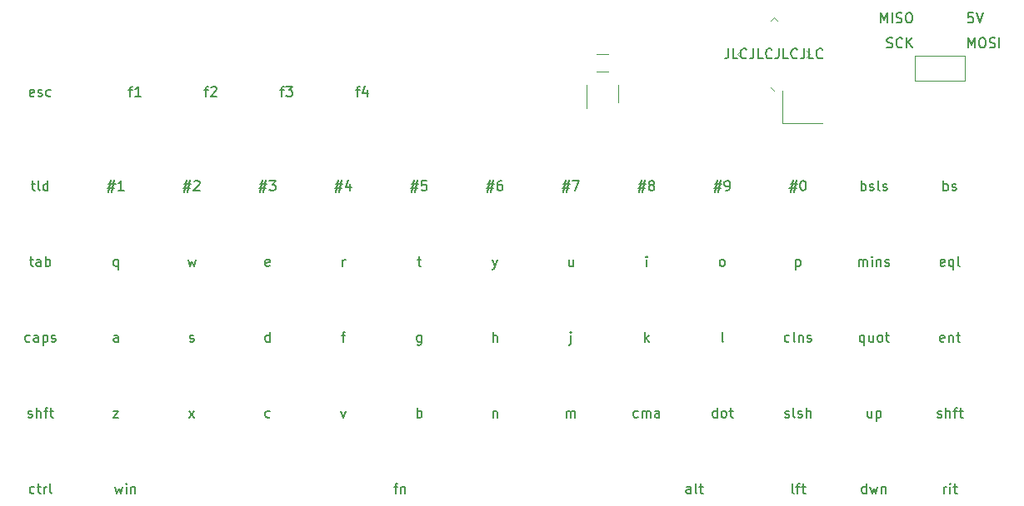
<source format=gbr>
G04 #@! TF.GenerationSoftware,KiCad,Pcbnew,(5.1.6)-1*
G04 #@! TF.CreationDate,2020-05-28T20:04:45-07:00*
G04 #@! TF.ProjectId,crokto,63726f6b-746f-42e6-9b69-6361645f7063,rev?*
G04 #@! TF.SameCoordinates,Original*
G04 #@! TF.FileFunction,Legend,Top*
G04 #@! TF.FilePolarity,Positive*
%FSLAX46Y46*%
G04 Gerber Fmt 4.6, Leading zero omitted, Abs format (unit mm)*
G04 Created by KiCad (PCBNEW (5.1.6)-1) date 2020-05-28 20:04:45*
%MOMM*%
%LPD*%
G01*
G04 APERTURE LIST*
%ADD10C,0.120000*%
%ADD11C,0.150000*%
%ADD12C,0.200000*%
G04 APERTURE END LIST*
D10*
X95840000Y-7810000D02*
X95840000Y-5270000D01*
X90760000Y-7810000D02*
X95840000Y-7810000D01*
X90760000Y-5270000D02*
X90760000Y-7810000D01*
X90760000Y-5270000D02*
X95840000Y-5270000D01*
X77300000Y-8850000D02*
X77300000Y-12150000D01*
X77300000Y-12150000D02*
X81300000Y-12150000D01*
X73044778Y-5435876D02*
X72708903Y-5100000D01*
X72708903Y-5100000D02*
X73044778Y-4764124D01*
X79755222Y-4764124D02*
X80091097Y-5100000D01*
X80091097Y-5100000D02*
X79755222Y-5435876D01*
X76735876Y-1744778D02*
X76400000Y-1408903D01*
X76400000Y-1408903D02*
X76064124Y-1744778D01*
X76064124Y-8455222D02*
X76400000Y-8791097D01*
X59602064Y-6910000D02*
X58397936Y-6910000D01*
X59602064Y-5090000D02*
X58397936Y-5090000D01*
X60610000Y-10000000D02*
X60610000Y-8200000D01*
X57390000Y-8200000D02*
X57390000Y-10650000D01*
D11*
X96175595Y-4452380D02*
X96175595Y-3452380D01*
X96508928Y-4166666D01*
X96842261Y-3452380D01*
X96842261Y-4452380D01*
X97508928Y-3452380D02*
X97699404Y-3452380D01*
X97794642Y-3500000D01*
X97889880Y-3595238D01*
X97937500Y-3785714D01*
X97937500Y-4119047D01*
X97889880Y-4309523D01*
X97794642Y-4404761D01*
X97699404Y-4452380D01*
X97508928Y-4452380D01*
X97413690Y-4404761D01*
X97318452Y-4309523D01*
X97270833Y-4119047D01*
X97270833Y-3785714D01*
X97318452Y-3595238D01*
X97413690Y-3500000D01*
X97508928Y-3452380D01*
X98318452Y-4404761D02*
X98461309Y-4452380D01*
X98699404Y-4452380D01*
X98794642Y-4404761D01*
X98842261Y-4357142D01*
X98889880Y-4261904D01*
X98889880Y-4166666D01*
X98842261Y-4071428D01*
X98794642Y-4023809D01*
X98699404Y-3976190D01*
X98508928Y-3928571D01*
X98413690Y-3880952D01*
X98366071Y-3833333D01*
X98318452Y-3738095D01*
X98318452Y-3642857D01*
X98366071Y-3547619D01*
X98413690Y-3500000D01*
X98508928Y-3452380D01*
X98747023Y-3452380D01*
X98889880Y-3500000D01*
X99318452Y-4452380D02*
X99318452Y-3452380D01*
X87900595Y-4404761D02*
X88043452Y-4452380D01*
X88281547Y-4452380D01*
X88376785Y-4404761D01*
X88424404Y-4357142D01*
X88472023Y-4261904D01*
X88472023Y-4166666D01*
X88424404Y-4071428D01*
X88376785Y-4023809D01*
X88281547Y-3976190D01*
X88091071Y-3928571D01*
X87995833Y-3880952D01*
X87948214Y-3833333D01*
X87900595Y-3738095D01*
X87900595Y-3642857D01*
X87948214Y-3547619D01*
X87995833Y-3500000D01*
X88091071Y-3452380D01*
X88329166Y-3452380D01*
X88472023Y-3500000D01*
X89472023Y-4357142D02*
X89424404Y-4404761D01*
X89281547Y-4452380D01*
X89186309Y-4452380D01*
X89043452Y-4404761D01*
X88948214Y-4309523D01*
X88900595Y-4214285D01*
X88852976Y-4023809D01*
X88852976Y-3880952D01*
X88900595Y-3690476D01*
X88948214Y-3595238D01*
X89043452Y-3500000D01*
X89186309Y-3452380D01*
X89281547Y-3452380D01*
X89424404Y-3500000D01*
X89472023Y-3547619D01*
X89900595Y-4452380D02*
X89900595Y-3452380D01*
X90472023Y-4452380D02*
X90043452Y-3880952D01*
X90472023Y-3452380D02*
X89900595Y-4023809D01*
X96651785Y-912380D02*
X96175595Y-912380D01*
X96127976Y-1388571D01*
X96175595Y-1340952D01*
X96270833Y-1293333D01*
X96508928Y-1293333D01*
X96604166Y-1340952D01*
X96651785Y-1388571D01*
X96699404Y-1483809D01*
X96699404Y-1721904D01*
X96651785Y-1817142D01*
X96604166Y-1864761D01*
X96508928Y-1912380D01*
X96270833Y-1912380D01*
X96175595Y-1864761D01*
X96127976Y-1817142D01*
X96985119Y-912380D02*
X97318452Y-1912380D01*
X97651785Y-912380D01*
X87281547Y-1912380D02*
X87281547Y-912380D01*
X87614880Y-1626666D01*
X87948214Y-912380D01*
X87948214Y-1912380D01*
X88424404Y-1912380D02*
X88424404Y-912380D01*
X88852976Y-1864761D02*
X88995833Y-1912380D01*
X89233928Y-1912380D01*
X89329166Y-1864761D01*
X89376785Y-1817142D01*
X89424404Y-1721904D01*
X89424404Y-1626666D01*
X89376785Y-1531428D01*
X89329166Y-1483809D01*
X89233928Y-1436190D01*
X89043452Y-1388571D01*
X88948214Y-1340952D01*
X88900595Y-1293333D01*
X88852976Y-1198095D01*
X88852976Y-1102857D01*
X88900595Y-1007619D01*
X88948214Y-960000D01*
X89043452Y-912380D01*
X89281547Y-912380D01*
X89424404Y-960000D01*
X90043452Y-912380D02*
X90233928Y-912380D01*
X90329166Y-960000D01*
X90424404Y-1055238D01*
X90472023Y-1245714D01*
X90472023Y-1579047D01*
X90424404Y-1769523D01*
X90329166Y-1864761D01*
X90233928Y-1912380D01*
X90043452Y-1912380D01*
X89948214Y-1864761D01*
X89852976Y-1769523D01*
X89805357Y-1579047D01*
X89805357Y-1245714D01*
X89852976Y-1055238D01*
X89948214Y-960000D01*
X90043452Y-912380D01*
D12*
X71780952Y-4552380D02*
X71780952Y-5266666D01*
X71733333Y-5409523D01*
X71638095Y-5504761D01*
X71495238Y-5552380D01*
X71400000Y-5552380D01*
X72733333Y-5552380D02*
X72257142Y-5552380D01*
X72257142Y-4552380D01*
X73638095Y-5457142D02*
X73590476Y-5504761D01*
X73447619Y-5552380D01*
X73352380Y-5552380D01*
X73209523Y-5504761D01*
X73114285Y-5409523D01*
X73066666Y-5314285D01*
X73019047Y-5123809D01*
X73019047Y-4980952D01*
X73066666Y-4790476D01*
X73114285Y-4695238D01*
X73209523Y-4600000D01*
X73352380Y-4552380D01*
X73447619Y-4552380D01*
X73590476Y-4600000D01*
X73638095Y-4647619D01*
X74352380Y-4552380D02*
X74352380Y-5266666D01*
X74304761Y-5409523D01*
X74209523Y-5504761D01*
X74066666Y-5552380D01*
X73971428Y-5552380D01*
X75304761Y-5552380D02*
X74828571Y-5552380D01*
X74828571Y-4552380D01*
X76209523Y-5457142D02*
X76161904Y-5504761D01*
X76019047Y-5552380D01*
X75923809Y-5552380D01*
X75780952Y-5504761D01*
X75685714Y-5409523D01*
X75638095Y-5314285D01*
X75590476Y-5123809D01*
X75590476Y-4980952D01*
X75638095Y-4790476D01*
X75685714Y-4695238D01*
X75780952Y-4600000D01*
X75923809Y-4552380D01*
X76019047Y-4552380D01*
X76161904Y-4600000D01*
X76209523Y-4647619D01*
X76923809Y-4552380D02*
X76923809Y-5266666D01*
X76876190Y-5409523D01*
X76780952Y-5504761D01*
X76638095Y-5552380D01*
X76542857Y-5552380D01*
X77876190Y-5552380D02*
X77400000Y-5552380D01*
X77400000Y-4552380D01*
X78780952Y-5457142D02*
X78733333Y-5504761D01*
X78590476Y-5552380D01*
X78495238Y-5552380D01*
X78352380Y-5504761D01*
X78257142Y-5409523D01*
X78209523Y-5314285D01*
X78161904Y-5123809D01*
X78161904Y-4980952D01*
X78209523Y-4790476D01*
X78257142Y-4695238D01*
X78352380Y-4600000D01*
X78495238Y-4552380D01*
X78590476Y-4552380D01*
X78733333Y-4600000D01*
X78780952Y-4647619D01*
X79495238Y-4552380D02*
X79495238Y-5266666D01*
X79447619Y-5409523D01*
X79352380Y-5504761D01*
X79209523Y-5552380D01*
X79114285Y-5552380D01*
X80447619Y-5552380D02*
X79971428Y-5552380D01*
X79971428Y-4552380D01*
X81352380Y-5457142D02*
X81304761Y-5504761D01*
X81161904Y-5552380D01*
X81066666Y-5552380D01*
X80923809Y-5504761D01*
X80828571Y-5409523D01*
X80780952Y-5314285D01*
X80733333Y-5123809D01*
X80733333Y-4980952D01*
X80780952Y-4790476D01*
X80828571Y-4695238D01*
X80923809Y-4600000D01*
X81066666Y-4552380D01*
X81161904Y-4552380D01*
X81304761Y-4600000D01*
X81352380Y-4647619D01*
D11*
X62689285Y-18310714D02*
X63403571Y-18310714D01*
X62975000Y-17882142D02*
X62689285Y-19167857D01*
X63308333Y-18739285D02*
X62594047Y-18739285D01*
X63022619Y-19167857D02*
X63308333Y-17882142D01*
X63879761Y-18405952D02*
X63784523Y-18358333D01*
X63736904Y-18310714D01*
X63689285Y-18215476D01*
X63689285Y-18167857D01*
X63736904Y-18072619D01*
X63784523Y-18025000D01*
X63879761Y-17977380D01*
X64070238Y-17977380D01*
X64165476Y-18025000D01*
X64213095Y-18072619D01*
X64260714Y-18167857D01*
X64260714Y-18215476D01*
X64213095Y-18310714D01*
X64165476Y-18358333D01*
X64070238Y-18405952D01*
X63879761Y-18405952D01*
X63784523Y-18453571D01*
X63736904Y-18501190D01*
X63689285Y-18596428D01*
X63689285Y-18786904D01*
X63736904Y-18882142D01*
X63784523Y-18929761D01*
X63879761Y-18977380D01*
X64070238Y-18977380D01*
X64165476Y-18929761D01*
X64213095Y-18882142D01*
X64260714Y-18786904D01*
X64260714Y-18596428D01*
X64213095Y-18501190D01*
X64165476Y-18453571D01*
X64070238Y-18405952D01*
X33933333Y-8735714D02*
X34314285Y-8735714D01*
X34076190Y-9402380D02*
X34076190Y-8545238D01*
X34123809Y-8450000D01*
X34219047Y-8402380D01*
X34314285Y-8402380D01*
X35076190Y-8735714D02*
X35076190Y-9402380D01*
X34838095Y-8354761D02*
X34600000Y-9069047D01*
X35219047Y-9069047D01*
X26233333Y-8735714D02*
X26614285Y-8735714D01*
X26376190Y-9402380D02*
X26376190Y-8545238D01*
X26423809Y-8450000D01*
X26519047Y-8402380D01*
X26614285Y-8402380D01*
X26852380Y-8402380D02*
X27471428Y-8402380D01*
X27138095Y-8783333D01*
X27280952Y-8783333D01*
X27376190Y-8830952D01*
X27423809Y-8878571D01*
X27471428Y-8973809D01*
X27471428Y-9211904D01*
X27423809Y-9307142D01*
X27376190Y-9354761D01*
X27280952Y-9402380D01*
X26995238Y-9402380D01*
X26900000Y-9354761D01*
X26852380Y-9307142D01*
X18533333Y-8735714D02*
X18914285Y-8735714D01*
X18676190Y-9402380D02*
X18676190Y-8545238D01*
X18723809Y-8450000D01*
X18819047Y-8402380D01*
X18914285Y-8402380D01*
X19200000Y-8497619D02*
X19247619Y-8450000D01*
X19342857Y-8402380D01*
X19580952Y-8402380D01*
X19676190Y-8450000D01*
X19723809Y-8497619D01*
X19771428Y-8592857D01*
X19771428Y-8688095D01*
X19723809Y-8830952D01*
X19152380Y-9402380D01*
X19771428Y-9402380D01*
X10833333Y-8735714D02*
X11214285Y-8735714D01*
X10976190Y-9402380D02*
X10976190Y-8545238D01*
X11023809Y-8450000D01*
X11119047Y-8402380D01*
X11214285Y-8402380D01*
X12071428Y-9402380D02*
X11500000Y-9402380D01*
X11785714Y-9402380D02*
X11785714Y-8402380D01*
X11690476Y-8545238D01*
X11595238Y-8640476D01*
X11500000Y-8688095D01*
X1232142Y-9354761D02*
X1136904Y-9402380D01*
X946428Y-9402380D01*
X851190Y-9354761D01*
X803571Y-9259523D01*
X803571Y-8878571D01*
X851190Y-8783333D01*
X946428Y-8735714D01*
X1136904Y-8735714D01*
X1232142Y-8783333D01*
X1279761Y-8878571D01*
X1279761Y-8973809D01*
X803571Y-9069047D01*
X1660714Y-9354761D02*
X1755952Y-9402380D01*
X1946428Y-9402380D01*
X2041666Y-9354761D01*
X2089285Y-9259523D01*
X2089285Y-9211904D01*
X2041666Y-9116666D01*
X1946428Y-9069047D01*
X1803571Y-9069047D01*
X1708333Y-9021428D01*
X1660714Y-8926190D01*
X1660714Y-8878571D01*
X1708333Y-8783333D01*
X1803571Y-8735714D01*
X1946428Y-8735714D01*
X2041666Y-8783333D01*
X2946428Y-9354761D02*
X2851190Y-9402380D01*
X2660714Y-9402380D01*
X2565476Y-9354761D01*
X2517857Y-9307142D01*
X2470238Y-9211904D01*
X2470238Y-8926190D01*
X2517857Y-8830952D01*
X2565476Y-8783333D01*
X2660714Y-8735714D01*
X2851190Y-8735714D01*
X2946428Y-8783333D01*
X779761Y-26010714D02*
X1160714Y-26010714D01*
X922619Y-25677380D02*
X922619Y-26534523D01*
X970238Y-26629761D01*
X1065476Y-26677380D01*
X1160714Y-26677380D01*
X1922619Y-26677380D02*
X1922619Y-26153571D01*
X1875000Y-26058333D01*
X1779761Y-26010714D01*
X1589285Y-26010714D01*
X1494047Y-26058333D01*
X1922619Y-26629761D02*
X1827380Y-26677380D01*
X1589285Y-26677380D01*
X1494047Y-26629761D01*
X1446428Y-26534523D01*
X1446428Y-26439285D01*
X1494047Y-26344047D01*
X1589285Y-26296428D01*
X1827380Y-26296428D01*
X1922619Y-26248809D01*
X2398809Y-26677380D02*
X2398809Y-25677380D01*
X2398809Y-26058333D02*
X2494047Y-26010714D01*
X2684523Y-26010714D01*
X2779761Y-26058333D01*
X2827380Y-26105952D01*
X2875000Y-26201190D01*
X2875000Y-26486904D01*
X2827380Y-26582142D01*
X2779761Y-26629761D01*
X2684523Y-26677380D01*
X2494047Y-26677380D01*
X2398809Y-26629761D01*
X970238Y-18310714D02*
X1351190Y-18310714D01*
X1113095Y-17977380D02*
X1113095Y-18834523D01*
X1160714Y-18929761D01*
X1255952Y-18977380D01*
X1351190Y-18977380D01*
X1827380Y-18977380D02*
X1732142Y-18929761D01*
X1684523Y-18834523D01*
X1684523Y-17977380D01*
X2636904Y-18977380D02*
X2636904Y-17977380D01*
X2636904Y-18929761D02*
X2541666Y-18977380D01*
X2351190Y-18977380D01*
X2255952Y-18929761D01*
X2208333Y-18882142D01*
X2160714Y-18786904D01*
X2160714Y-18501190D01*
X2208333Y-18405952D01*
X2255952Y-18358333D01*
X2351190Y-18310714D01*
X2541666Y-18310714D01*
X2636904Y-18358333D01*
X8789285Y-18310714D02*
X9503571Y-18310714D01*
X9075000Y-17882142D02*
X8789285Y-19167857D01*
X9408333Y-18739285D02*
X8694047Y-18739285D01*
X9122619Y-19167857D02*
X9408333Y-17882142D01*
X10360714Y-18977380D02*
X9789285Y-18977380D01*
X10075000Y-18977380D02*
X10075000Y-17977380D01*
X9979761Y-18120238D01*
X9884523Y-18215476D01*
X9789285Y-18263095D01*
X16489285Y-18310714D02*
X17203571Y-18310714D01*
X16775000Y-17882142D02*
X16489285Y-19167857D01*
X17108333Y-18739285D02*
X16394047Y-18739285D01*
X16822619Y-19167857D02*
X17108333Y-17882142D01*
X17489285Y-18072619D02*
X17536904Y-18025000D01*
X17632142Y-17977380D01*
X17870238Y-17977380D01*
X17965476Y-18025000D01*
X18013095Y-18072619D01*
X18060714Y-18167857D01*
X18060714Y-18263095D01*
X18013095Y-18405952D01*
X17441666Y-18977380D01*
X18060714Y-18977380D01*
X24189285Y-18310714D02*
X24903571Y-18310714D01*
X24475000Y-17882142D02*
X24189285Y-19167857D01*
X24808333Y-18739285D02*
X24094047Y-18739285D01*
X24522619Y-19167857D02*
X24808333Y-17882142D01*
X25141666Y-17977380D02*
X25760714Y-17977380D01*
X25427380Y-18358333D01*
X25570238Y-18358333D01*
X25665476Y-18405952D01*
X25713095Y-18453571D01*
X25760714Y-18548809D01*
X25760714Y-18786904D01*
X25713095Y-18882142D01*
X25665476Y-18929761D01*
X25570238Y-18977380D01*
X25284523Y-18977380D01*
X25189285Y-18929761D01*
X25141666Y-18882142D01*
X31889285Y-18310714D02*
X32603571Y-18310714D01*
X32175000Y-17882142D02*
X31889285Y-19167857D01*
X32508333Y-18739285D02*
X31794047Y-18739285D01*
X32222619Y-19167857D02*
X32508333Y-17882142D01*
X33365476Y-18310714D02*
X33365476Y-18977380D01*
X33127380Y-17929761D02*
X32889285Y-18644047D01*
X33508333Y-18644047D01*
X39589285Y-18310714D02*
X40303571Y-18310714D01*
X39875000Y-17882142D02*
X39589285Y-19167857D01*
X40208333Y-18739285D02*
X39494047Y-18739285D01*
X39922619Y-19167857D02*
X40208333Y-17882142D01*
X41113095Y-17977380D02*
X40636904Y-17977380D01*
X40589285Y-18453571D01*
X40636904Y-18405952D01*
X40732142Y-18358333D01*
X40970238Y-18358333D01*
X41065476Y-18405952D01*
X41113095Y-18453571D01*
X41160714Y-18548809D01*
X41160714Y-18786904D01*
X41113095Y-18882142D01*
X41065476Y-18929761D01*
X40970238Y-18977380D01*
X40732142Y-18977380D01*
X40636904Y-18929761D01*
X40589285Y-18882142D01*
X47289285Y-18310714D02*
X48003571Y-18310714D01*
X47575000Y-17882142D02*
X47289285Y-19167857D01*
X47908333Y-18739285D02*
X47194047Y-18739285D01*
X47622619Y-19167857D02*
X47908333Y-17882142D01*
X48765476Y-17977380D02*
X48575000Y-17977380D01*
X48479761Y-18025000D01*
X48432142Y-18072619D01*
X48336904Y-18215476D01*
X48289285Y-18405952D01*
X48289285Y-18786904D01*
X48336904Y-18882142D01*
X48384523Y-18929761D01*
X48479761Y-18977380D01*
X48670238Y-18977380D01*
X48765476Y-18929761D01*
X48813095Y-18882142D01*
X48860714Y-18786904D01*
X48860714Y-18548809D01*
X48813095Y-18453571D01*
X48765476Y-18405952D01*
X48670238Y-18358333D01*
X48479761Y-18358333D01*
X48384523Y-18405952D01*
X48336904Y-18453571D01*
X48289285Y-18548809D01*
X54989285Y-18310714D02*
X55703571Y-18310714D01*
X55275000Y-17882142D02*
X54989285Y-19167857D01*
X55608333Y-18739285D02*
X54894047Y-18739285D01*
X55322619Y-19167857D02*
X55608333Y-17882142D01*
X55941666Y-17977380D02*
X56608333Y-17977380D01*
X56179761Y-18977380D01*
X70389285Y-18310714D02*
X71103571Y-18310714D01*
X70675000Y-17882142D02*
X70389285Y-19167857D01*
X71008333Y-18739285D02*
X70294047Y-18739285D01*
X70722619Y-19167857D02*
X71008333Y-17882142D01*
X71484523Y-18977380D02*
X71675000Y-18977380D01*
X71770238Y-18929761D01*
X71817857Y-18882142D01*
X71913095Y-18739285D01*
X71960714Y-18548809D01*
X71960714Y-18167857D01*
X71913095Y-18072619D01*
X71865476Y-18025000D01*
X71770238Y-17977380D01*
X71579761Y-17977380D01*
X71484523Y-18025000D01*
X71436904Y-18072619D01*
X71389285Y-18167857D01*
X71389285Y-18405952D01*
X71436904Y-18501190D01*
X71484523Y-18548809D01*
X71579761Y-18596428D01*
X71770238Y-18596428D01*
X71865476Y-18548809D01*
X71913095Y-18501190D01*
X71960714Y-18405952D01*
X78089285Y-18310714D02*
X78803571Y-18310714D01*
X78375000Y-17882142D02*
X78089285Y-19167857D01*
X78708333Y-18739285D02*
X77994047Y-18739285D01*
X78422619Y-19167857D02*
X78708333Y-17882142D01*
X79327380Y-17977380D02*
X79422619Y-17977380D01*
X79517857Y-18025000D01*
X79565476Y-18072619D01*
X79613095Y-18167857D01*
X79660714Y-18358333D01*
X79660714Y-18596428D01*
X79613095Y-18786904D01*
X79565476Y-18882142D01*
X79517857Y-18929761D01*
X79422619Y-18977380D01*
X79327380Y-18977380D01*
X79232142Y-18929761D01*
X79184523Y-18882142D01*
X79136904Y-18786904D01*
X79089285Y-18596428D01*
X79089285Y-18358333D01*
X79136904Y-18167857D01*
X79184523Y-18072619D01*
X79232142Y-18025000D01*
X79327380Y-17977380D01*
X85289285Y-18977380D02*
X85289285Y-17977380D01*
X85289285Y-18358333D02*
X85384523Y-18310714D01*
X85575000Y-18310714D01*
X85670238Y-18358333D01*
X85717857Y-18405952D01*
X85765476Y-18501190D01*
X85765476Y-18786904D01*
X85717857Y-18882142D01*
X85670238Y-18929761D01*
X85575000Y-18977380D01*
X85384523Y-18977380D01*
X85289285Y-18929761D01*
X86146428Y-18929761D02*
X86241666Y-18977380D01*
X86432142Y-18977380D01*
X86527380Y-18929761D01*
X86575000Y-18834523D01*
X86575000Y-18786904D01*
X86527380Y-18691666D01*
X86432142Y-18644047D01*
X86289285Y-18644047D01*
X86194047Y-18596428D01*
X86146428Y-18501190D01*
X86146428Y-18453571D01*
X86194047Y-18358333D01*
X86289285Y-18310714D01*
X86432142Y-18310714D01*
X86527380Y-18358333D01*
X87146428Y-18977380D02*
X87051190Y-18929761D01*
X87003571Y-18834523D01*
X87003571Y-17977380D01*
X87479761Y-18929761D02*
X87575000Y-18977380D01*
X87765476Y-18977380D01*
X87860714Y-18929761D01*
X87908333Y-18834523D01*
X87908333Y-18786904D01*
X87860714Y-18691666D01*
X87765476Y-18644047D01*
X87622619Y-18644047D01*
X87527380Y-18596428D01*
X87479761Y-18501190D01*
X87479761Y-18453571D01*
X87527380Y-18358333D01*
X87622619Y-18310714D01*
X87765476Y-18310714D01*
X87860714Y-18358333D01*
X93655952Y-18977380D02*
X93655952Y-17977380D01*
X93655952Y-18358333D02*
X93751190Y-18310714D01*
X93941666Y-18310714D01*
X94036904Y-18358333D01*
X94084523Y-18405952D01*
X94132142Y-18501190D01*
X94132142Y-18786904D01*
X94084523Y-18882142D01*
X94036904Y-18929761D01*
X93941666Y-18977380D01*
X93751190Y-18977380D01*
X93655952Y-18929761D01*
X94513095Y-18929761D02*
X94608333Y-18977380D01*
X94798809Y-18977380D01*
X94894047Y-18929761D01*
X94941666Y-18834523D01*
X94941666Y-18786904D01*
X94894047Y-18691666D01*
X94798809Y-18644047D01*
X94655952Y-18644047D01*
X94560714Y-18596428D01*
X94513095Y-18501190D01*
X94513095Y-18453571D01*
X94560714Y-18358333D01*
X94655952Y-18310714D01*
X94798809Y-18310714D01*
X94894047Y-18358333D01*
X9789285Y-26010714D02*
X9789285Y-27010714D01*
X9789285Y-26629761D02*
X9694047Y-26677380D01*
X9503571Y-26677380D01*
X9408333Y-26629761D01*
X9360714Y-26582142D01*
X9313095Y-26486904D01*
X9313095Y-26201190D01*
X9360714Y-26105952D01*
X9408333Y-26058333D01*
X9503571Y-26010714D01*
X9694047Y-26010714D01*
X9789285Y-26058333D01*
X16894047Y-26010714D02*
X17084523Y-26677380D01*
X17275000Y-26201190D01*
X17465476Y-26677380D01*
X17655952Y-26010714D01*
X25165476Y-26629761D02*
X25070238Y-26677380D01*
X24879761Y-26677380D01*
X24784523Y-26629761D01*
X24736904Y-26534523D01*
X24736904Y-26153571D01*
X24784523Y-26058333D01*
X24879761Y-26010714D01*
X25070238Y-26010714D01*
X25165476Y-26058333D01*
X25213095Y-26153571D01*
X25213095Y-26248809D01*
X24736904Y-26344047D01*
X32603571Y-26677380D02*
X32603571Y-26010714D01*
X32603571Y-26201190D02*
X32651190Y-26105952D01*
X32698809Y-26058333D01*
X32794047Y-26010714D01*
X32889285Y-26010714D01*
X40184523Y-26010714D02*
X40565476Y-26010714D01*
X40327380Y-25677380D02*
X40327380Y-26534523D01*
X40375000Y-26629761D01*
X40470238Y-26677380D01*
X40565476Y-26677380D01*
X47836904Y-26010714D02*
X48075000Y-26677380D01*
X48313095Y-26010714D02*
X48075000Y-26677380D01*
X47979761Y-26915476D01*
X47932142Y-26963095D01*
X47836904Y-27010714D01*
X55989285Y-26010714D02*
X55989285Y-26677380D01*
X55560714Y-26010714D02*
X55560714Y-26534523D01*
X55608333Y-26629761D01*
X55703571Y-26677380D01*
X55846428Y-26677380D01*
X55941666Y-26629761D01*
X55989285Y-26582142D01*
X63475000Y-26677380D02*
X63475000Y-26010714D01*
X63475000Y-25677380D02*
X63427380Y-25725000D01*
X63475000Y-25772619D01*
X63522619Y-25725000D01*
X63475000Y-25677380D01*
X63475000Y-25772619D01*
X71103571Y-26677380D02*
X71008333Y-26629761D01*
X70960714Y-26582142D01*
X70913095Y-26486904D01*
X70913095Y-26201190D01*
X70960714Y-26105952D01*
X71008333Y-26058333D01*
X71103571Y-26010714D01*
X71246428Y-26010714D01*
X71341666Y-26058333D01*
X71389285Y-26105952D01*
X71436904Y-26201190D01*
X71436904Y-26486904D01*
X71389285Y-26582142D01*
X71341666Y-26629761D01*
X71246428Y-26677380D01*
X71103571Y-26677380D01*
X78660714Y-26010714D02*
X78660714Y-27010714D01*
X78660714Y-26058333D02*
X78755952Y-26010714D01*
X78946428Y-26010714D01*
X79041666Y-26058333D01*
X79089285Y-26105952D01*
X79136904Y-26201190D01*
X79136904Y-26486904D01*
X79089285Y-26582142D01*
X79041666Y-26629761D01*
X78946428Y-26677380D01*
X78755952Y-26677380D01*
X78660714Y-26629761D01*
X85051190Y-26677380D02*
X85051190Y-26010714D01*
X85051190Y-26105952D02*
X85098809Y-26058333D01*
X85194047Y-26010714D01*
X85336904Y-26010714D01*
X85432142Y-26058333D01*
X85479761Y-26153571D01*
X85479761Y-26677380D01*
X85479761Y-26153571D02*
X85527380Y-26058333D01*
X85622619Y-26010714D01*
X85765476Y-26010714D01*
X85860714Y-26058333D01*
X85908333Y-26153571D01*
X85908333Y-26677380D01*
X86384523Y-26677380D02*
X86384523Y-26010714D01*
X86384523Y-25677380D02*
X86336904Y-25725000D01*
X86384523Y-25772619D01*
X86432142Y-25725000D01*
X86384523Y-25677380D01*
X86384523Y-25772619D01*
X86860714Y-26010714D02*
X86860714Y-26677380D01*
X86860714Y-26105952D02*
X86908333Y-26058333D01*
X87003571Y-26010714D01*
X87146428Y-26010714D01*
X87241666Y-26058333D01*
X87289285Y-26153571D01*
X87289285Y-26677380D01*
X87717857Y-26629761D02*
X87813095Y-26677380D01*
X88003571Y-26677380D01*
X88098809Y-26629761D01*
X88146428Y-26534523D01*
X88146428Y-26486904D01*
X88098809Y-26391666D01*
X88003571Y-26344047D01*
X87860714Y-26344047D01*
X87765476Y-26296428D01*
X87717857Y-26201190D01*
X87717857Y-26153571D01*
X87765476Y-26058333D01*
X87860714Y-26010714D01*
X88003571Y-26010714D01*
X88098809Y-26058333D01*
X93751190Y-26629761D02*
X93655952Y-26677380D01*
X93465476Y-26677380D01*
X93370238Y-26629761D01*
X93322619Y-26534523D01*
X93322619Y-26153571D01*
X93370238Y-26058333D01*
X93465476Y-26010714D01*
X93655952Y-26010714D01*
X93751190Y-26058333D01*
X93798809Y-26153571D01*
X93798809Y-26248809D01*
X93322619Y-26344047D01*
X94655952Y-26010714D02*
X94655952Y-27010714D01*
X94655952Y-26629761D02*
X94560714Y-26677380D01*
X94370238Y-26677380D01*
X94275000Y-26629761D01*
X94227380Y-26582142D01*
X94179761Y-26486904D01*
X94179761Y-26201190D01*
X94227380Y-26105952D01*
X94275000Y-26058333D01*
X94370238Y-26010714D01*
X94560714Y-26010714D01*
X94655952Y-26058333D01*
X95275000Y-26677380D02*
X95179761Y-26629761D01*
X95132142Y-26534523D01*
X95132142Y-25677380D01*
X803571Y-34329761D02*
X708333Y-34377380D01*
X517857Y-34377380D01*
X422619Y-34329761D01*
X375000Y-34282142D01*
X327380Y-34186904D01*
X327380Y-33901190D01*
X375000Y-33805952D01*
X422619Y-33758333D01*
X517857Y-33710714D01*
X708333Y-33710714D01*
X803571Y-33758333D01*
X1660714Y-34377380D02*
X1660714Y-33853571D01*
X1613095Y-33758333D01*
X1517857Y-33710714D01*
X1327380Y-33710714D01*
X1232142Y-33758333D01*
X1660714Y-34329761D02*
X1565476Y-34377380D01*
X1327380Y-34377380D01*
X1232142Y-34329761D01*
X1184523Y-34234523D01*
X1184523Y-34139285D01*
X1232142Y-34044047D01*
X1327380Y-33996428D01*
X1565476Y-33996428D01*
X1660714Y-33948809D01*
X2136904Y-33710714D02*
X2136904Y-34710714D01*
X2136904Y-33758333D02*
X2232142Y-33710714D01*
X2422619Y-33710714D01*
X2517857Y-33758333D01*
X2565476Y-33805952D01*
X2613095Y-33901190D01*
X2613095Y-34186904D01*
X2565476Y-34282142D01*
X2517857Y-34329761D01*
X2422619Y-34377380D01*
X2232142Y-34377380D01*
X2136904Y-34329761D01*
X2994047Y-34329761D02*
X3089285Y-34377380D01*
X3279761Y-34377380D01*
X3374999Y-34329761D01*
X3422619Y-34234523D01*
X3422619Y-34186904D01*
X3374999Y-34091666D01*
X3279761Y-34044047D01*
X3136904Y-34044047D01*
X3041666Y-33996428D01*
X2994047Y-33901190D01*
X2994047Y-33853571D01*
X3041666Y-33758333D01*
X3136904Y-33710714D01*
X3279761Y-33710714D01*
X3374999Y-33758333D01*
X9789285Y-34377380D02*
X9789285Y-33853571D01*
X9741666Y-33758333D01*
X9646428Y-33710714D01*
X9455952Y-33710714D01*
X9360714Y-33758333D01*
X9789285Y-34329761D02*
X9694047Y-34377380D01*
X9455952Y-34377380D01*
X9360714Y-34329761D01*
X9313095Y-34234523D01*
X9313095Y-34139285D01*
X9360714Y-34044047D01*
X9455952Y-33996428D01*
X9694047Y-33996428D01*
X9789285Y-33948809D01*
X17060714Y-34329761D02*
X17155952Y-34377380D01*
X17346428Y-34377380D01*
X17441666Y-34329761D01*
X17489285Y-34234523D01*
X17489285Y-34186904D01*
X17441666Y-34091666D01*
X17346428Y-34044047D01*
X17203571Y-34044047D01*
X17108333Y-33996428D01*
X17060714Y-33901190D01*
X17060714Y-33853571D01*
X17108333Y-33758333D01*
X17203571Y-33710714D01*
X17346428Y-33710714D01*
X17441666Y-33758333D01*
X25189285Y-34377380D02*
X25189285Y-33377380D01*
X25189285Y-34329761D02*
X25094047Y-34377380D01*
X24903571Y-34377380D01*
X24808333Y-34329761D01*
X24760714Y-34282142D01*
X24713095Y-34186904D01*
X24713095Y-33901190D01*
X24760714Y-33805952D01*
X24808333Y-33758333D01*
X24903571Y-33710714D01*
X25094047Y-33710714D01*
X25189285Y-33758333D01*
X32484523Y-33710714D02*
X32865476Y-33710714D01*
X32627380Y-34377380D02*
X32627380Y-33520238D01*
X32675000Y-33425000D01*
X32770238Y-33377380D01*
X32865476Y-33377380D01*
X40589285Y-33710714D02*
X40589285Y-34520238D01*
X40541666Y-34615476D01*
X40494047Y-34663095D01*
X40398809Y-34710714D01*
X40255952Y-34710714D01*
X40160714Y-34663095D01*
X40589285Y-34329761D02*
X40494047Y-34377380D01*
X40303571Y-34377380D01*
X40208333Y-34329761D01*
X40160714Y-34282142D01*
X40113095Y-34186904D01*
X40113095Y-33901190D01*
X40160714Y-33805952D01*
X40208333Y-33758333D01*
X40303571Y-33710714D01*
X40494047Y-33710714D01*
X40589285Y-33758333D01*
X47860714Y-34377380D02*
X47860714Y-33377380D01*
X48289285Y-34377380D02*
X48289285Y-33853571D01*
X48241666Y-33758333D01*
X48146428Y-33710714D01*
X48003571Y-33710714D01*
X47908333Y-33758333D01*
X47860714Y-33805952D01*
X55775000Y-33710714D02*
X55775000Y-34567857D01*
X55727380Y-34663095D01*
X55632142Y-34710714D01*
X55584523Y-34710714D01*
X55775000Y-33377380D02*
X55727380Y-33425000D01*
X55775000Y-33472619D01*
X55822619Y-33425000D01*
X55775000Y-33377380D01*
X55775000Y-33472619D01*
X63308333Y-34377380D02*
X63308333Y-33377380D01*
X63403571Y-33996428D02*
X63689285Y-34377380D01*
X63689285Y-33710714D02*
X63308333Y-34091666D01*
X71294047Y-34377380D02*
X71198809Y-34329761D01*
X71151190Y-34234523D01*
X71151190Y-33377380D01*
X77994047Y-34329761D02*
X77898809Y-34377380D01*
X77708333Y-34377380D01*
X77613095Y-34329761D01*
X77565476Y-34282142D01*
X77517857Y-34186904D01*
X77517857Y-33901190D01*
X77565476Y-33805952D01*
X77613095Y-33758333D01*
X77708333Y-33710714D01*
X77898809Y-33710714D01*
X77994047Y-33758333D01*
X78565476Y-34377380D02*
X78470238Y-34329761D01*
X78422619Y-34234523D01*
X78422619Y-33377380D01*
X78946428Y-33710714D02*
X78946428Y-34377380D01*
X78946428Y-33805952D02*
X78994047Y-33758333D01*
X79089285Y-33710714D01*
X79232142Y-33710714D01*
X79327380Y-33758333D01*
X79375000Y-33853571D01*
X79375000Y-34377380D01*
X79803571Y-34329761D02*
X79898809Y-34377380D01*
X80089285Y-34377380D01*
X80184523Y-34329761D01*
X80232142Y-34234523D01*
X80232142Y-34186904D01*
X80184523Y-34091666D01*
X80089285Y-34044047D01*
X79946428Y-34044047D01*
X79851190Y-33996428D01*
X79803571Y-33901190D01*
X79803571Y-33853571D01*
X79851190Y-33758333D01*
X79946428Y-33710714D01*
X80089285Y-33710714D01*
X80184523Y-33758333D01*
X85598809Y-33710714D02*
X85598809Y-34710714D01*
X85598809Y-34329761D02*
X85503571Y-34377380D01*
X85313095Y-34377380D01*
X85217857Y-34329761D01*
X85170238Y-34282142D01*
X85122619Y-34186904D01*
X85122619Y-33901190D01*
X85170238Y-33805952D01*
X85217857Y-33758333D01*
X85313095Y-33710714D01*
X85503571Y-33710714D01*
X85598809Y-33758333D01*
X86503571Y-33710714D02*
X86503571Y-34377380D01*
X86075000Y-33710714D02*
X86075000Y-34234523D01*
X86122619Y-34329761D01*
X86217857Y-34377380D01*
X86360714Y-34377380D01*
X86455952Y-34329761D01*
X86503571Y-34282142D01*
X87122619Y-34377380D02*
X87027380Y-34329761D01*
X86979761Y-34282142D01*
X86932142Y-34186904D01*
X86932142Y-33901190D01*
X86979761Y-33805952D01*
X87027380Y-33758333D01*
X87122619Y-33710714D01*
X87265476Y-33710714D01*
X87360714Y-33758333D01*
X87408333Y-33805952D01*
X87455952Y-33901190D01*
X87455952Y-34186904D01*
X87408333Y-34282142D01*
X87360714Y-34329761D01*
X87265476Y-34377380D01*
X87122619Y-34377380D01*
X87741666Y-33710714D02*
X88122619Y-33710714D01*
X87884523Y-33377380D02*
X87884523Y-34234523D01*
X87932142Y-34329761D01*
X88027380Y-34377380D01*
X88122619Y-34377380D01*
X93727380Y-34329761D02*
X93632142Y-34377380D01*
X93441666Y-34377380D01*
X93346428Y-34329761D01*
X93298809Y-34234523D01*
X93298809Y-33853571D01*
X93346428Y-33758333D01*
X93441666Y-33710714D01*
X93632142Y-33710714D01*
X93727380Y-33758333D01*
X93775000Y-33853571D01*
X93775000Y-33948809D01*
X93298809Y-34044047D01*
X94203571Y-33710714D02*
X94203571Y-34377380D01*
X94203571Y-33805952D02*
X94251190Y-33758333D01*
X94346428Y-33710714D01*
X94489285Y-33710714D01*
X94584523Y-33758333D01*
X94632142Y-33853571D01*
X94632142Y-34377380D01*
X94965476Y-33710714D02*
X95346428Y-33710714D01*
X95108333Y-33377380D02*
X95108333Y-34234523D01*
X95155952Y-34329761D01*
X95251190Y-34377380D01*
X95346428Y-34377380D01*
X636904Y-42029761D02*
X732142Y-42077380D01*
X922619Y-42077380D01*
X1017857Y-42029761D01*
X1065476Y-41934523D01*
X1065476Y-41886904D01*
X1017857Y-41791666D01*
X922619Y-41744047D01*
X779761Y-41744047D01*
X684523Y-41696428D01*
X636904Y-41601190D01*
X636904Y-41553571D01*
X684523Y-41458333D01*
X779761Y-41410714D01*
X922619Y-41410714D01*
X1017857Y-41458333D01*
X1494047Y-42077380D02*
X1494047Y-41077380D01*
X1922619Y-42077380D02*
X1922619Y-41553571D01*
X1875000Y-41458333D01*
X1779761Y-41410714D01*
X1636904Y-41410714D01*
X1541666Y-41458333D01*
X1494047Y-41505952D01*
X2255952Y-41410714D02*
X2636904Y-41410714D01*
X2398809Y-42077380D02*
X2398809Y-41220238D01*
X2446428Y-41125000D01*
X2541666Y-41077380D01*
X2636904Y-41077380D01*
X2827380Y-41410714D02*
X3208333Y-41410714D01*
X2970238Y-41077380D02*
X2970238Y-41934523D01*
X3017857Y-42029761D01*
X3113095Y-42077380D01*
X3208333Y-42077380D01*
X9313095Y-41410714D02*
X9836904Y-41410714D01*
X9313095Y-42077380D01*
X9836904Y-42077380D01*
X17013095Y-42077380D02*
X17536904Y-41410714D01*
X17013095Y-41410714D02*
X17536904Y-42077380D01*
X25213095Y-42029761D02*
X25117857Y-42077380D01*
X24927380Y-42077380D01*
X24832142Y-42029761D01*
X24784523Y-41982142D01*
X24736904Y-41886904D01*
X24736904Y-41601190D01*
X24784523Y-41505952D01*
X24832142Y-41458333D01*
X24927380Y-41410714D01*
X25117857Y-41410714D01*
X25213095Y-41458333D01*
X32436904Y-41410714D02*
X32675000Y-42077380D01*
X32913095Y-41410714D01*
X40160714Y-42077380D02*
X40160714Y-41077380D01*
X40160714Y-41458333D02*
X40255952Y-41410714D01*
X40446428Y-41410714D01*
X40541666Y-41458333D01*
X40589285Y-41505952D01*
X40636904Y-41601190D01*
X40636904Y-41886904D01*
X40589285Y-41982142D01*
X40541666Y-42029761D01*
X40446428Y-42077380D01*
X40255952Y-42077380D01*
X40160714Y-42029761D01*
X47860714Y-41410714D02*
X47860714Y-42077380D01*
X47860714Y-41505952D02*
X47908333Y-41458333D01*
X48003571Y-41410714D01*
X48146428Y-41410714D01*
X48241666Y-41458333D01*
X48289285Y-41553571D01*
X48289285Y-42077380D01*
X55346428Y-42077380D02*
X55346428Y-41410714D01*
X55346428Y-41505952D02*
X55394047Y-41458333D01*
X55489285Y-41410714D01*
X55632142Y-41410714D01*
X55727380Y-41458333D01*
X55775000Y-41553571D01*
X55775000Y-42077380D01*
X55775000Y-41553571D02*
X55822619Y-41458333D01*
X55917857Y-41410714D01*
X56060714Y-41410714D01*
X56155952Y-41458333D01*
X56203571Y-41553571D01*
X56203571Y-42077380D01*
X62594047Y-42029761D02*
X62498809Y-42077380D01*
X62308333Y-42077380D01*
X62213095Y-42029761D01*
X62165476Y-41982142D01*
X62117857Y-41886904D01*
X62117857Y-41601190D01*
X62165476Y-41505952D01*
X62213095Y-41458333D01*
X62308333Y-41410714D01*
X62498809Y-41410714D01*
X62594047Y-41458333D01*
X63022619Y-42077380D02*
X63022619Y-41410714D01*
X63022619Y-41505952D02*
X63070238Y-41458333D01*
X63165476Y-41410714D01*
X63308333Y-41410714D01*
X63403571Y-41458333D01*
X63451190Y-41553571D01*
X63451190Y-42077380D01*
X63451190Y-41553571D02*
X63498809Y-41458333D01*
X63594047Y-41410714D01*
X63736904Y-41410714D01*
X63832142Y-41458333D01*
X63879761Y-41553571D01*
X63879761Y-42077380D01*
X64784523Y-42077380D02*
X64784523Y-41553571D01*
X64736904Y-41458333D01*
X64641666Y-41410714D01*
X64451190Y-41410714D01*
X64355952Y-41458333D01*
X64784523Y-42029761D02*
X64689285Y-42077380D01*
X64451190Y-42077380D01*
X64355952Y-42029761D01*
X64308333Y-41934523D01*
X64308333Y-41839285D01*
X64355952Y-41744047D01*
X64451190Y-41696428D01*
X64689285Y-41696428D01*
X64784523Y-41648809D01*
X70651190Y-42077380D02*
X70651190Y-41077380D01*
X70651190Y-42029761D02*
X70555952Y-42077380D01*
X70365476Y-42077380D01*
X70270238Y-42029761D01*
X70222619Y-41982142D01*
X70175000Y-41886904D01*
X70175000Y-41601190D01*
X70222619Y-41505952D01*
X70270238Y-41458333D01*
X70365476Y-41410714D01*
X70555952Y-41410714D01*
X70651190Y-41458333D01*
X71270238Y-42077380D02*
X71175000Y-42029761D01*
X71127380Y-41982142D01*
X71079761Y-41886904D01*
X71079761Y-41601190D01*
X71127380Y-41505952D01*
X71175000Y-41458333D01*
X71270238Y-41410714D01*
X71413095Y-41410714D01*
X71508333Y-41458333D01*
X71555952Y-41505952D01*
X71603571Y-41601190D01*
X71603571Y-41886904D01*
X71555952Y-41982142D01*
X71508333Y-42029761D01*
X71413095Y-42077380D01*
X71270238Y-42077380D01*
X71889285Y-41410714D02*
X72270238Y-41410714D01*
X72032142Y-41077380D02*
X72032142Y-41934523D01*
X72079761Y-42029761D01*
X72175000Y-42077380D01*
X72270238Y-42077380D01*
X77541666Y-42029761D02*
X77636904Y-42077380D01*
X77827380Y-42077380D01*
X77922619Y-42029761D01*
X77970238Y-41934523D01*
X77970238Y-41886904D01*
X77922619Y-41791666D01*
X77827380Y-41744047D01*
X77684523Y-41744047D01*
X77589285Y-41696428D01*
X77541666Y-41601190D01*
X77541666Y-41553571D01*
X77589285Y-41458333D01*
X77684523Y-41410714D01*
X77827380Y-41410714D01*
X77922619Y-41458333D01*
X78541666Y-42077380D02*
X78446428Y-42029761D01*
X78398809Y-41934523D01*
X78398809Y-41077380D01*
X78875000Y-42029761D02*
X78970238Y-42077380D01*
X79160714Y-42077380D01*
X79255952Y-42029761D01*
X79303571Y-41934523D01*
X79303571Y-41886904D01*
X79255952Y-41791666D01*
X79160714Y-41744047D01*
X79017857Y-41744047D01*
X78922619Y-41696428D01*
X78875000Y-41601190D01*
X78875000Y-41553571D01*
X78922619Y-41458333D01*
X79017857Y-41410714D01*
X79160714Y-41410714D01*
X79255952Y-41458333D01*
X79732142Y-42077380D02*
X79732142Y-41077380D01*
X80160714Y-42077380D02*
X80160714Y-41553571D01*
X80113095Y-41458333D01*
X80017857Y-41410714D01*
X79875000Y-41410714D01*
X79779761Y-41458333D01*
X79732142Y-41505952D01*
X86336904Y-41410714D02*
X86336904Y-42077380D01*
X85908333Y-41410714D02*
X85908333Y-41934523D01*
X85955952Y-42029761D01*
X86051190Y-42077380D01*
X86194047Y-42077380D01*
X86289285Y-42029761D01*
X86336904Y-41982142D01*
X86813095Y-41410714D02*
X86813095Y-42410714D01*
X86813095Y-41458333D02*
X86908333Y-41410714D01*
X87098809Y-41410714D01*
X87194047Y-41458333D01*
X87241666Y-41505952D01*
X87289285Y-41601190D01*
X87289285Y-41886904D01*
X87241666Y-41982142D01*
X87194047Y-42029761D01*
X87098809Y-42077380D01*
X86908333Y-42077380D01*
X86813095Y-42029761D01*
X93036904Y-42029761D02*
X93132142Y-42077380D01*
X93322619Y-42077380D01*
X93417857Y-42029761D01*
X93465476Y-41934523D01*
X93465476Y-41886904D01*
X93417857Y-41791666D01*
X93322619Y-41744047D01*
X93179761Y-41744047D01*
X93084523Y-41696428D01*
X93036904Y-41601190D01*
X93036904Y-41553571D01*
X93084523Y-41458333D01*
X93179761Y-41410714D01*
X93322619Y-41410714D01*
X93417857Y-41458333D01*
X93894047Y-42077380D02*
X93894047Y-41077380D01*
X94322619Y-42077380D02*
X94322619Y-41553571D01*
X94275000Y-41458333D01*
X94179761Y-41410714D01*
X94036904Y-41410714D01*
X93941666Y-41458333D01*
X93894047Y-41505952D01*
X94655952Y-41410714D02*
X95036904Y-41410714D01*
X94798809Y-42077380D02*
X94798809Y-41220238D01*
X94846428Y-41125000D01*
X94941666Y-41077380D01*
X95036904Y-41077380D01*
X95227380Y-41410714D02*
X95608333Y-41410714D01*
X95370238Y-41077380D02*
X95370238Y-41934523D01*
X95417857Y-42029761D01*
X95513095Y-42077380D01*
X95608333Y-42077380D01*
X1255952Y-49729761D02*
X1160714Y-49777380D01*
X970238Y-49777380D01*
X875000Y-49729761D01*
X827380Y-49682142D01*
X779761Y-49586904D01*
X779761Y-49301190D01*
X827380Y-49205952D01*
X875000Y-49158333D01*
X970238Y-49110714D01*
X1160714Y-49110714D01*
X1255952Y-49158333D01*
X1541666Y-49110714D02*
X1922619Y-49110714D01*
X1684523Y-48777380D02*
X1684523Y-49634523D01*
X1732142Y-49729761D01*
X1827380Y-49777380D01*
X1922619Y-49777380D01*
X2255952Y-49777380D02*
X2255952Y-49110714D01*
X2255952Y-49301190D02*
X2303571Y-49205952D01*
X2351190Y-49158333D01*
X2446428Y-49110714D01*
X2541666Y-49110714D01*
X3017857Y-49777380D02*
X2922619Y-49729761D01*
X2875000Y-49634523D01*
X2875000Y-48777380D01*
X78422619Y-49777380D02*
X78327380Y-49729761D01*
X78279761Y-49634523D01*
X78279761Y-48777380D01*
X78660714Y-49110714D02*
X79041666Y-49110714D01*
X78803571Y-49777380D02*
X78803571Y-48920238D01*
X78851190Y-48825000D01*
X78946428Y-48777380D01*
X79041666Y-48777380D01*
X79232142Y-49110714D02*
X79613095Y-49110714D01*
X79375000Y-48777380D02*
X79375000Y-49634523D01*
X79422619Y-49729761D01*
X79517857Y-49777380D01*
X79613095Y-49777380D01*
X85813095Y-49777380D02*
X85813095Y-48777380D01*
X85813095Y-49729761D02*
X85717857Y-49777380D01*
X85527380Y-49777380D01*
X85432142Y-49729761D01*
X85384523Y-49682142D01*
X85336904Y-49586904D01*
X85336904Y-49301190D01*
X85384523Y-49205952D01*
X85432142Y-49158333D01*
X85527380Y-49110714D01*
X85717857Y-49110714D01*
X85813095Y-49158333D01*
X86194047Y-49110714D02*
X86384523Y-49777380D01*
X86575000Y-49301190D01*
X86765476Y-49777380D01*
X86955952Y-49110714D01*
X87336904Y-49110714D02*
X87336904Y-49777380D01*
X87336904Y-49205952D02*
X87384523Y-49158333D01*
X87479761Y-49110714D01*
X87622619Y-49110714D01*
X87717857Y-49158333D01*
X87765476Y-49253571D01*
X87765476Y-49777380D01*
X93679761Y-49777380D02*
X93679761Y-49110714D01*
X93679761Y-49301190D02*
X93727380Y-49205952D01*
X93775000Y-49158333D01*
X93870238Y-49110714D01*
X93965476Y-49110714D01*
X94298809Y-49777380D02*
X94298809Y-49110714D01*
X94298809Y-48777380D02*
X94251190Y-48825000D01*
X94298809Y-48872619D01*
X94346428Y-48825000D01*
X94298809Y-48777380D01*
X94298809Y-48872619D01*
X94632142Y-49110714D02*
X95013095Y-49110714D01*
X94775000Y-48777380D02*
X94775000Y-49634523D01*
X94822619Y-49729761D01*
X94917857Y-49777380D01*
X95013095Y-49777380D01*
X9466071Y-49110714D02*
X9656547Y-49777380D01*
X9847023Y-49301190D01*
X10037500Y-49777380D01*
X10227976Y-49110714D01*
X10608928Y-49777380D02*
X10608928Y-49110714D01*
X10608928Y-48777380D02*
X10561309Y-48825000D01*
X10608928Y-48872619D01*
X10656547Y-48825000D01*
X10608928Y-48777380D01*
X10608928Y-48872619D01*
X11085119Y-49110714D02*
X11085119Y-49777380D01*
X11085119Y-49205952D02*
X11132738Y-49158333D01*
X11227976Y-49110714D01*
X11370833Y-49110714D01*
X11466071Y-49158333D01*
X11513690Y-49253571D01*
X11513690Y-49777380D01*
X37807142Y-49110714D02*
X38188095Y-49110714D01*
X37950000Y-49777380D02*
X37950000Y-48920238D01*
X37997619Y-48825000D01*
X38092857Y-48777380D01*
X38188095Y-48777380D01*
X38521428Y-49110714D02*
X38521428Y-49777380D01*
X38521428Y-49205952D02*
X38569047Y-49158333D01*
X38664285Y-49110714D01*
X38807142Y-49110714D01*
X38902380Y-49158333D01*
X38950000Y-49253571D01*
X38950000Y-49777380D01*
X67954166Y-49777380D02*
X67954166Y-49253571D01*
X67906547Y-49158333D01*
X67811309Y-49110714D01*
X67620833Y-49110714D01*
X67525595Y-49158333D01*
X67954166Y-49729761D02*
X67858928Y-49777380D01*
X67620833Y-49777380D01*
X67525595Y-49729761D01*
X67477976Y-49634523D01*
X67477976Y-49539285D01*
X67525595Y-49444047D01*
X67620833Y-49396428D01*
X67858928Y-49396428D01*
X67954166Y-49348809D01*
X68573214Y-49777380D02*
X68477976Y-49729761D01*
X68430357Y-49634523D01*
X68430357Y-48777380D01*
X68811309Y-49110714D02*
X69192261Y-49110714D01*
X68954166Y-48777380D02*
X68954166Y-49634523D01*
X69001785Y-49729761D01*
X69097023Y-49777380D01*
X69192261Y-49777380D01*
M02*

</source>
